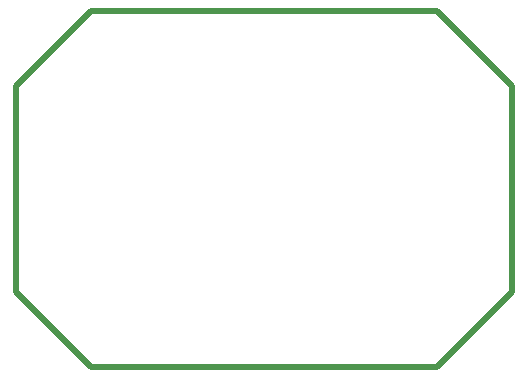
<source format=gbr>
G04 ( created by brdgerber.py ( brdgerber.py v0.1 2014-03-12 ) ) date 2021-11-30 02:51:58 EST*
G04 Gerber Fmt 3.4, Leading zero omitted, Abs format*
%MOIN*%
%FSLAX34Y34*%
G01*
G70*
G90*
G04 APERTURE LIST*
%ADD20R,0.0550X0.0550*%
%ADD26R,0.0600X0.0800*%
%ADD19C,0.0031*%
%ADD17C,0.0047*%
%ADD28R,0.0472X0.0216*%
%ADD24C,0.0100*%
%ADD11C,0.0050*%
%ADD22C,0.0120*%
%ADD23C,0.1600*%
%ADD15R,0.0629X0.0709*%
%ADD29R,0.0657X0.0614*%
%ADD25C,0.0150*%
%ADD21C,0.0550*%
%ADD16R,0.0394X0.0315*%
%ADD13R,0.0866X0.0236*%
%ADD10R,0.0709X0.0629*%
%ADD12C,0.0060*%
%ADD30C,0.0200*%
%ADD27C,0.0472*%
%ADD14C,0.0080*%
%ADD18C,0.0039*%
G04 APERTURE END LIST*
G54D20*
D30*
G01X00350Y04500D02*
G01X00350Y-02350D01*
D30*
G01X-16200Y04500D02*
G01X-16200Y-02350D01*
D30*
G01X-13700Y-04850D02*
G01X-02150Y-04850D01*
D30*
G01X-13700Y07000D02*
G01X-02150Y07000D01*
D30*
G01X-16200Y04500D02*
G01X-13700Y07000D01*
D30*
G01X-02150Y07000D02*
G01X00350Y04500D01*
D30*
G01X-02150Y-04850D02*
G01X00350Y-02350D01*
D30*
G01X-16200Y-02350D02*
G01X-13700Y-04850D01*
M02*

</source>
